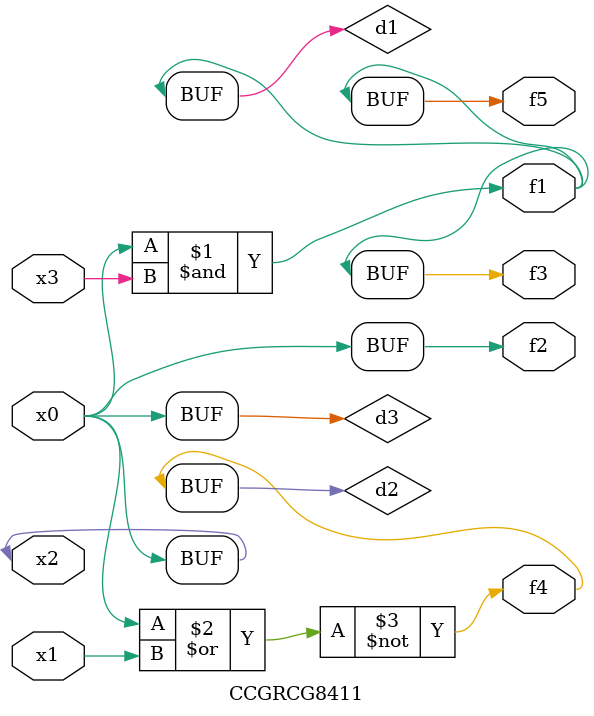
<source format=v>
module CCGRCG8411(
	input x0, x1, x2, x3,
	output f1, f2, f3, f4, f5
);

	wire d1, d2, d3;

	and (d1, x2, x3);
	nor (d2, x0, x1);
	buf (d3, x0, x2);
	assign f1 = d1;
	assign f2 = d3;
	assign f3 = d1;
	assign f4 = d2;
	assign f5 = d1;
endmodule

</source>
